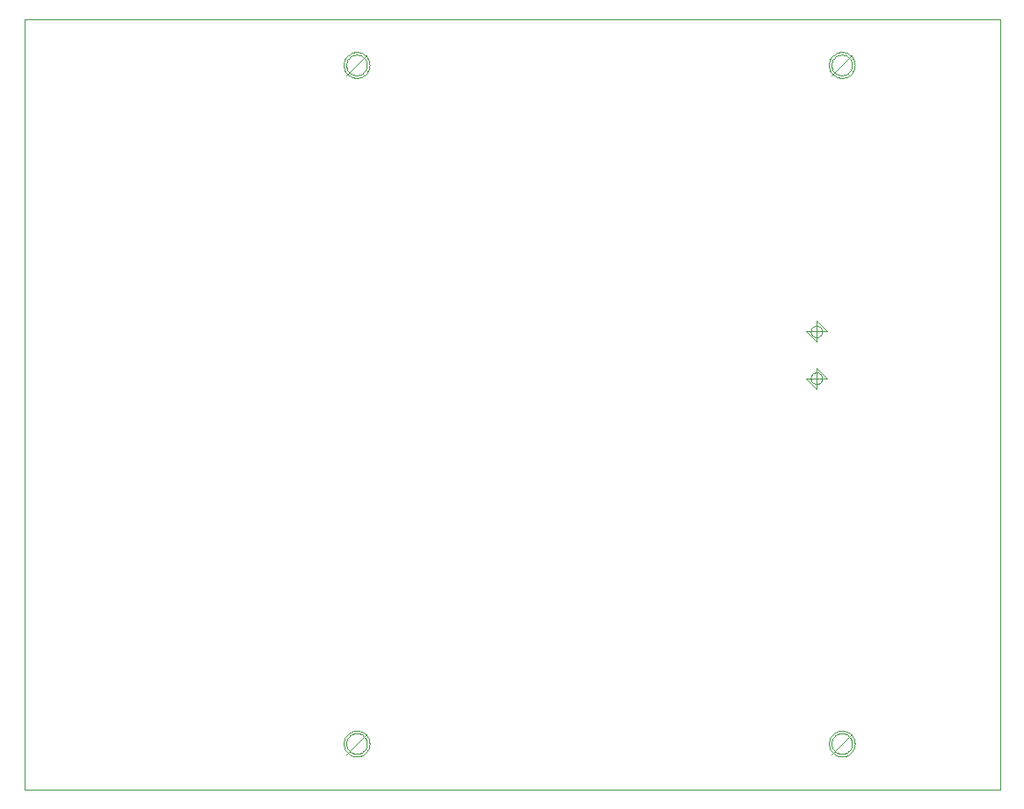
<source format=gm1>
G75*
%MOIN*%
%OFA0B0*%
%FSLAX24Y24*%
%IPPOS*%
%LPD*%
%AMOC8*
5,1,8,0,0,1.08239X$1,22.5*
%
%ADD10C,0.0000*%
%ADD11C,0.0010*%
D10*
X000942Y000150D02*
X000942Y029400D01*
X037942Y029400D01*
X037942Y000150D01*
X000942Y000150D01*
X013050Y001900D02*
X013052Y001944D01*
X013058Y001988D01*
X013068Y002031D01*
X013081Y002073D01*
X013099Y002113D01*
X013120Y002152D01*
X013144Y002189D01*
X013171Y002224D01*
X013202Y002256D01*
X013235Y002285D01*
X013271Y002311D01*
X013309Y002333D01*
X013349Y002352D01*
X013390Y002368D01*
X013433Y002380D01*
X013476Y002388D01*
X013520Y002392D01*
X013564Y002392D01*
X013608Y002388D01*
X013651Y002380D01*
X013694Y002368D01*
X013735Y002352D01*
X013775Y002333D01*
X013813Y002311D01*
X013849Y002285D01*
X013882Y002256D01*
X013913Y002224D01*
X013940Y002189D01*
X013964Y002152D01*
X013985Y002113D01*
X014003Y002073D01*
X014016Y002031D01*
X014026Y001988D01*
X014032Y001944D01*
X014034Y001900D01*
X014032Y001856D01*
X014026Y001812D01*
X014016Y001769D01*
X014003Y001727D01*
X013985Y001687D01*
X013964Y001648D01*
X013940Y001611D01*
X013913Y001576D01*
X013882Y001544D01*
X013849Y001515D01*
X013813Y001489D01*
X013775Y001467D01*
X013735Y001448D01*
X013694Y001432D01*
X013651Y001420D01*
X013608Y001412D01*
X013564Y001408D01*
X013520Y001408D01*
X013476Y001412D01*
X013433Y001420D01*
X013390Y001432D01*
X013349Y001448D01*
X013309Y001467D01*
X013271Y001489D01*
X013235Y001515D01*
X013202Y001544D01*
X013171Y001576D01*
X013144Y001611D01*
X013120Y001648D01*
X013099Y001687D01*
X013081Y001727D01*
X013068Y001769D01*
X013058Y001812D01*
X013052Y001856D01*
X013050Y001900D01*
X031450Y001900D02*
X031452Y001944D01*
X031458Y001988D01*
X031468Y002031D01*
X031481Y002073D01*
X031499Y002113D01*
X031520Y002152D01*
X031544Y002189D01*
X031571Y002224D01*
X031602Y002256D01*
X031635Y002285D01*
X031671Y002311D01*
X031709Y002333D01*
X031749Y002352D01*
X031790Y002368D01*
X031833Y002380D01*
X031876Y002388D01*
X031920Y002392D01*
X031964Y002392D01*
X032008Y002388D01*
X032051Y002380D01*
X032094Y002368D01*
X032135Y002352D01*
X032175Y002333D01*
X032213Y002311D01*
X032249Y002285D01*
X032282Y002256D01*
X032313Y002224D01*
X032340Y002189D01*
X032364Y002152D01*
X032385Y002113D01*
X032403Y002073D01*
X032416Y002031D01*
X032426Y001988D01*
X032432Y001944D01*
X032434Y001900D01*
X032432Y001856D01*
X032426Y001812D01*
X032416Y001769D01*
X032403Y001727D01*
X032385Y001687D01*
X032364Y001648D01*
X032340Y001611D01*
X032313Y001576D01*
X032282Y001544D01*
X032249Y001515D01*
X032213Y001489D01*
X032175Y001467D01*
X032135Y001448D01*
X032094Y001432D01*
X032051Y001420D01*
X032008Y001412D01*
X031964Y001408D01*
X031920Y001408D01*
X031876Y001412D01*
X031833Y001420D01*
X031790Y001432D01*
X031749Y001448D01*
X031709Y001467D01*
X031671Y001489D01*
X031635Y001515D01*
X031602Y001544D01*
X031571Y001576D01*
X031544Y001611D01*
X031520Y001648D01*
X031499Y001687D01*
X031481Y001727D01*
X031468Y001769D01*
X031458Y001812D01*
X031452Y001856D01*
X031450Y001900D01*
X030764Y015764D02*
X030766Y015793D01*
X030772Y015821D01*
X030781Y015849D01*
X030794Y015875D01*
X030811Y015898D01*
X030830Y015920D01*
X030852Y015939D01*
X030877Y015954D01*
X030903Y015967D01*
X030931Y015975D01*
X030959Y015980D01*
X030988Y015981D01*
X031017Y015978D01*
X031045Y015971D01*
X031072Y015961D01*
X031098Y015947D01*
X031121Y015930D01*
X031142Y015910D01*
X031160Y015887D01*
X031175Y015862D01*
X031186Y015835D01*
X031194Y015807D01*
X031198Y015778D01*
X031198Y015750D01*
X031194Y015721D01*
X031186Y015693D01*
X031175Y015666D01*
X031160Y015641D01*
X031142Y015618D01*
X031121Y015598D01*
X031098Y015581D01*
X031072Y015567D01*
X031045Y015557D01*
X031017Y015550D01*
X030988Y015547D01*
X030959Y015548D01*
X030931Y015553D01*
X030903Y015561D01*
X030877Y015574D01*
X030852Y015589D01*
X030830Y015608D01*
X030811Y015630D01*
X030794Y015653D01*
X030781Y015679D01*
X030772Y015707D01*
X030766Y015735D01*
X030764Y015764D01*
X030764Y017536D02*
X030766Y017565D01*
X030772Y017593D01*
X030781Y017621D01*
X030794Y017647D01*
X030811Y017670D01*
X030830Y017692D01*
X030852Y017711D01*
X030877Y017726D01*
X030903Y017739D01*
X030931Y017747D01*
X030959Y017752D01*
X030988Y017753D01*
X031017Y017750D01*
X031045Y017743D01*
X031072Y017733D01*
X031098Y017719D01*
X031121Y017702D01*
X031142Y017682D01*
X031160Y017659D01*
X031175Y017634D01*
X031186Y017607D01*
X031194Y017579D01*
X031198Y017550D01*
X031198Y017522D01*
X031194Y017493D01*
X031186Y017465D01*
X031175Y017438D01*
X031160Y017413D01*
X031142Y017390D01*
X031121Y017370D01*
X031098Y017353D01*
X031072Y017339D01*
X031045Y017329D01*
X031017Y017322D01*
X030988Y017319D01*
X030959Y017320D01*
X030931Y017325D01*
X030903Y017333D01*
X030877Y017346D01*
X030852Y017361D01*
X030830Y017380D01*
X030811Y017402D01*
X030794Y017425D01*
X030781Y017451D01*
X030772Y017479D01*
X030766Y017507D01*
X030764Y017536D01*
X031450Y027650D02*
X031452Y027694D01*
X031458Y027738D01*
X031468Y027781D01*
X031481Y027823D01*
X031499Y027863D01*
X031520Y027902D01*
X031544Y027939D01*
X031571Y027974D01*
X031602Y028006D01*
X031635Y028035D01*
X031671Y028061D01*
X031709Y028083D01*
X031749Y028102D01*
X031790Y028118D01*
X031833Y028130D01*
X031876Y028138D01*
X031920Y028142D01*
X031964Y028142D01*
X032008Y028138D01*
X032051Y028130D01*
X032094Y028118D01*
X032135Y028102D01*
X032175Y028083D01*
X032213Y028061D01*
X032249Y028035D01*
X032282Y028006D01*
X032313Y027974D01*
X032340Y027939D01*
X032364Y027902D01*
X032385Y027863D01*
X032403Y027823D01*
X032416Y027781D01*
X032426Y027738D01*
X032432Y027694D01*
X032434Y027650D01*
X032432Y027606D01*
X032426Y027562D01*
X032416Y027519D01*
X032403Y027477D01*
X032385Y027437D01*
X032364Y027398D01*
X032340Y027361D01*
X032313Y027326D01*
X032282Y027294D01*
X032249Y027265D01*
X032213Y027239D01*
X032175Y027217D01*
X032135Y027198D01*
X032094Y027182D01*
X032051Y027170D01*
X032008Y027162D01*
X031964Y027158D01*
X031920Y027158D01*
X031876Y027162D01*
X031833Y027170D01*
X031790Y027182D01*
X031749Y027198D01*
X031709Y027217D01*
X031671Y027239D01*
X031635Y027265D01*
X031602Y027294D01*
X031571Y027326D01*
X031544Y027361D01*
X031520Y027398D01*
X031499Y027437D01*
X031481Y027477D01*
X031468Y027519D01*
X031458Y027562D01*
X031452Y027606D01*
X031450Y027650D01*
X013050Y027650D02*
X013052Y027694D01*
X013058Y027738D01*
X013068Y027781D01*
X013081Y027823D01*
X013099Y027863D01*
X013120Y027902D01*
X013144Y027939D01*
X013171Y027974D01*
X013202Y028006D01*
X013235Y028035D01*
X013271Y028061D01*
X013309Y028083D01*
X013349Y028102D01*
X013390Y028118D01*
X013433Y028130D01*
X013476Y028138D01*
X013520Y028142D01*
X013564Y028142D01*
X013608Y028138D01*
X013651Y028130D01*
X013694Y028118D01*
X013735Y028102D01*
X013775Y028083D01*
X013813Y028061D01*
X013849Y028035D01*
X013882Y028006D01*
X013913Y027974D01*
X013940Y027939D01*
X013964Y027902D01*
X013985Y027863D01*
X014003Y027823D01*
X014016Y027781D01*
X014026Y027738D01*
X014032Y027694D01*
X014034Y027650D01*
X014032Y027606D01*
X014026Y027562D01*
X014016Y027519D01*
X014003Y027477D01*
X013985Y027437D01*
X013964Y027398D01*
X013940Y027361D01*
X013913Y027326D01*
X013882Y027294D01*
X013849Y027265D01*
X013813Y027239D01*
X013775Y027217D01*
X013735Y027198D01*
X013694Y027182D01*
X013651Y027170D01*
X013608Y027162D01*
X013564Y027158D01*
X013520Y027158D01*
X013476Y027162D01*
X013433Y027170D01*
X013390Y027182D01*
X013349Y027198D01*
X013309Y027217D01*
X013271Y027239D01*
X013235Y027265D01*
X013202Y027294D01*
X013171Y027326D01*
X013144Y027361D01*
X013120Y027398D01*
X013099Y027437D01*
X013081Y027477D01*
X013068Y027519D01*
X013058Y027562D01*
X013052Y027606D01*
X013050Y027650D01*
D11*
X013152Y027650D02*
X013154Y027689D01*
X013160Y027727D01*
X013169Y027765D01*
X013183Y027801D01*
X013199Y027837D01*
X013220Y027870D01*
X013243Y027901D01*
X013270Y027929D01*
X013299Y027955D01*
X013330Y027978D01*
X013364Y027997D01*
X013400Y028013D01*
X013436Y028025D01*
X013474Y028034D01*
X013513Y028039D01*
X013552Y028040D01*
X013590Y028037D01*
X013629Y028030D01*
X013666Y028020D01*
X013702Y028005D01*
X013737Y027988D01*
X013770Y027967D01*
X013800Y027942D01*
X013828Y027915D01*
X013853Y027885D01*
X013875Y027853D01*
X013893Y027819D01*
X013908Y027783D01*
X013920Y027746D01*
X013928Y027708D01*
X013932Y027669D01*
X013932Y027631D01*
X013928Y027592D01*
X013920Y027554D01*
X013908Y027517D01*
X013893Y027481D01*
X013875Y027447D01*
X013853Y027415D01*
X013828Y027385D01*
X013800Y027358D01*
X013770Y027333D01*
X013737Y027312D01*
X013702Y027295D01*
X013666Y027280D01*
X013629Y027270D01*
X013590Y027263D01*
X013552Y027260D01*
X013513Y027261D01*
X013474Y027266D01*
X013436Y027275D01*
X013400Y027287D01*
X013364Y027303D01*
X013330Y027322D01*
X013299Y027345D01*
X013270Y027371D01*
X013243Y027399D01*
X013220Y027430D01*
X013199Y027463D01*
X013183Y027499D01*
X013169Y027535D01*
X013160Y027573D01*
X013154Y027611D01*
X013152Y027650D01*
X013142Y027250D02*
X013942Y028050D01*
X030581Y017536D02*
X031381Y017536D01*
X030981Y017936D01*
X030981Y017136D01*
X030581Y017536D01*
X030581Y015764D02*
X031381Y015764D01*
X030981Y016164D01*
X030981Y015364D01*
X030581Y015764D01*
X031552Y027650D02*
X031554Y027689D01*
X031560Y027727D01*
X031569Y027765D01*
X031583Y027801D01*
X031599Y027837D01*
X031620Y027870D01*
X031643Y027901D01*
X031670Y027929D01*
X031699Y027955D01*
X031730Y027978D01*
X031764Y027997D01*
X031800Y028013D01*
X031836Y028025D01*
X031874Y028034D01*
X031913Y028039D01*
X031952Y028040D01*
X031990Y028037D01*
X032029Y028030D01*
X032066Y028020D01*
X032102Y028005D01*
X032137Y027988D01*
X032170Y027967D01*
X032200Y027942D01*
X032228Y027915D01*
X032253Y027885D01*
X032275Y027853D01*
X032293Y027819D01*
X032308Y027783D01*
X032320Y027746D01*
X032328Y027708D01*
X032332Y027669D01*
X032332Y027631D01*
X032328Y027592D01*
X032320Y027554D01*
X032308Y027517D01*
X032293Y027481D01*
X032275Y027447D01*
X032253Y027415D01*
X032228Y027385D01*
X032200Y027358D01*
X032170Y027333D01*
X032137Y027312D01*
X032102Y027295D01*
X032066Y027280D01*
X032029Y027270D01*
X031990Y027263D01*
X031952Y027260D01*
X031913Y027261D01*
X031874Y027266D01*
X031836Y027275D01*
X031800Y027287D01*
X031764Y027303D01*
X031730Y027322D01*
X031699Y027345D01*
X031670Y027371D01*
X031643Y027399D01*
X031620Y027430D01*
X031599Y027463D01*
X031583Y027499D01*
X031569Y027535D01*
X031560Y027573D01*
X031554Y027611D01*
X031552Y027650D01*
X031542Y027250D02*
X032342Y028050D01*
X031552Y001900D02*
X031554Y001939D01*
X031560Y001977D01*
X031569Y002015D01*
X031583Y002051D01*
X031599Y002087D01*
X031620Y002120D01*
X031643Y002151D01*
X031670Y002179D01*
X031699Y002205D01*
X031730Y002228D01*
X031764Y002247D01*
X031800Y002263D01*
X031836Y002275D01*
X031874Y002284D01*
X031913Y002289D01*
X031952Y002290D01*
X031990Y002287D01*
X032029Y002280D01*
X032066Y002270D01*
X032102Y002255D01*
X032137Y002238D01*
X032170Y002217D01*
X032200Y002192D01*
X032228Y002165D01*
X032253Y002135D01*
X032275Y002103D01*
X032293Y002069D01*
X032308Y002033D01*
X032320Y001996D01*
X032328Y001958D01*
X032332Y001919D01*
X032332Y001881D01*
X032328Y001842D01*
X032320Y001804D01*
X032308Y001767D01*
X032293Y001731D01*
X032275Y001697D01*
X032253Y001665D01*
X032228Y001635D01*
X032200Y001608D01*
X032170Y001583D01*
X032137Y001562D01*
X032102Y001545D01*
X032066Y001530D01*
X032029Y001520D01*
X031990Y001513D01*
X031952Y001510D01*
X031913Y001511D01*
X031874Y001516D01*
X031836Y001525D01*
X031800Y001537D01*
X031764Y001553D01*
X031730Y001572D01*
X031699Y001595D01*
X031670Y001621D01*
X031643Y001649D01*
X031620Y001680D01*
X031599Y001713D01*
X031583Y001749D01*
X031569Y001785D01*
X031560Y001823D01*
X031554Y001861D01*
X031552Y001900D01*
X031542Y001500D02*
X032342Y002300D01*
X013152Y001900D02*
X013154Y001939D01*
X013160Y001977D01*
X013169Y002015D01*
X013183Y002051D01*
X013199Y002087D01*
X013220Y002120D01*
X013243Y002151D01*
X013270Y002179D01*
X013299Y002205D01*
X013330Y002228D01*
X013364Y002247D01*
X013400Y002263D01*
X013436Y002275D01*
X013474Y002284D01*
X013513Y002289D01*
X013552Y002290D01*
X013590Y002287D01*
X013629Y002280D01*
X013666Y002270D01*
X013702Y002255D01*
X013737Y002238D01*
X013770Y002217D01*
X013800Y002192D01*
X013828Y002165D01*
X013853Y002135D01*
X013875Y002103D01*
X013893Y002069D01*
X013908Y002033D01*
X013920Y001996D01*
X013928Y001958D01*
X013932Y001919D01*
X013932Y001881D01*
X013928Y001842D01*
X013920Y001804D01*
X013908Y001767D01*
X013893Y001731D01*
X013875Y001697D01*
X013853Y001665D01*
X013828Y001635D01*
X013800Y001608D01*
X013770Y001583D01*
X013737Y001562D01*
X013702Y001545D01*
X013666Y001530D01*
X013629Y001520D01*
X013590Y001513D01*
X013552Y001510D01*
X013513Y001511D01*
X013474Y001516D01*
X013436Y001525D01*
X013400Y001537D01*
X013364Y001553D01*
X013330Y001572D01*
X013299Y001595D01*
X013270Y001621D01*
X013243Y001649D01*
X013220Y001680D01*
X013199Y001713D01*
X013183Y001749D01*
X013169Y001785D01*
X013160Y001823D01*
X013154Y001861D01*
X013152Y001900D01*
X013142Y001500D02*
X013942Y002300D01*
M02*

</source>
